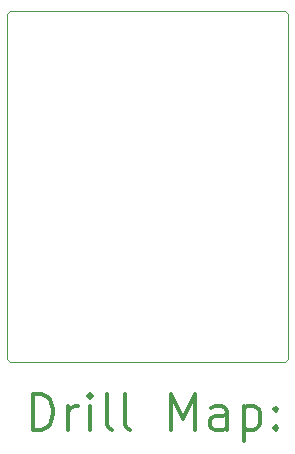
<source format=gbr>
%FSLAX45Y45*%
G04 Gerber Fmt 4.5, Leading zero omitted, Abs format (unit mm)*
G04 Created by KiCad (PCBNEW (5.1.5)-3) date 2021-02-17 22:29:54*
%MOMM*%
%LPD*%
G04 APERTURE LIST*
%TA.AperFunction,Profile*%
%ADD10C,0.050000*%
%TD*%
%ADD11C,0.200000*%
%ADD12C,0.300000*%
G04 APERTURE END LIST*
D10*
X9563100Y-12433300D02*
X9537700Y-12458700D01*
X9563100Y-9512300D02*
X9563100Y-12433300D01*
X9537700Y-9486900D02*
X9563100Y-9512300D01*
X7213600Y-9486900D02*
X9537700Y-9486900D01*
X7213600Y-9486900D02*
X7188200Y-9512300D01*
X7188200Y-12433300D02*
X7188200Y-9512300D01*
X7188200Y-12433300D02*
X7213600Y-12458700D01*
X9537700Y-12458700D02*
X7213600Y-12458700D01*
D11*
D12*
X7402428Y-13034714D02*
X7402428Y-12734714D01*
X7473857Y-12734714D01*
X7516714Y-12749000D01*
X7545286Y-12777571D01*
X7559571Y-12806143D01*
X7573857Y-12863286D01*
X7573857Y-12906143D01*
X7559571Y-12963286D01*
X7545286Y-12991857D01*
X7516714Y-13020428D01*
X7473857Y-13034714D01*
X7402428Y-13034714D01*
X7702428Y-13034714D02*
X7702428Y-12834714D01*
X7702428Y-12891857D02*
X7716714Y-12863286D01*
X7731000Y-12849000D01*
X7759571Y-12834714D01*
X7788143Y-12834714D01*
X7888143Y-13034714D02*
X7888143Y-12834714D01*
X7888143Y-12734714D02*
X7873857Y-12749000D01*
X7888143Y-12763286D01*
X7902428Y-12749000D01*
X7888143Y-12734714D01*
X7888143Y-12763286D01*
X8073857Y-13034714D02*
X8045286Y-13020428D01*
X8031000Y-12991857D01*
X8031000Y-12734714D01*
X8231000Y-13034714D02*
X8202428Y-13020428D01*
X8188143Y-12991857D01*
X8188143Y-12734714D01*
X8573857Y-13034714D02*
X8573857Y-12734714D01*
X8673857Y-12949000D01*
X8773857Y-12734714D01*
X8773857Y-13034714D01*
X9045286Y-13034714D02*
X9045286Y-12877571D01*
X9031000Y-12849000D01*
X9002429Y-12834714D01*
X8945286Y-12834714D01*
X8916714Y-12849000D01*
X9045286Y-13020428D02*
X9016714Y-13034714D01*
X8945286Y-13034714D01*
X8916714Y-13020428D01*
X8902429Y-12991857D01*
X8902429Y-12963286D01*
X8916714Y-12934714D01*
X8945286Y-12920428D01*
X9016714Y-12920428D01*
X9045286Y-12906143D01*
X9188143Y-12834714D02*
X9188143Y-13134714D01*
X9188143Y-12849000D02*
X9216714Y-12834714D01*
X9273857Y-12834714D01*
X9302429Y-12849000D01*
X9316714Y-12863286D01*
X9331000Y-12891857D01*
X9331000Y-12977571D01*
X9316714Y-13006143D01*
X9302429Y-13020428D01*
X9273857Y-13034714D01*
X9216714Y-13034714D01*
X9188143Y-13020428D01*
X9459571Y-13006143D02*
X9473857Y-13020428D01*
X9459571Y-13034714D01*
X9445286Y-13020428D01*
X9459571Y-13006143D01*
X9459571Y-13034714D01*
X9459571Y-12849000D02*
X9473857Y-12863286D01*
X9459571Y-12877571D01*
X9445286Y-12863286D01*
X9459571Y-12849000D01*
X9459571Y-12877571D01*
M02*

</source>
